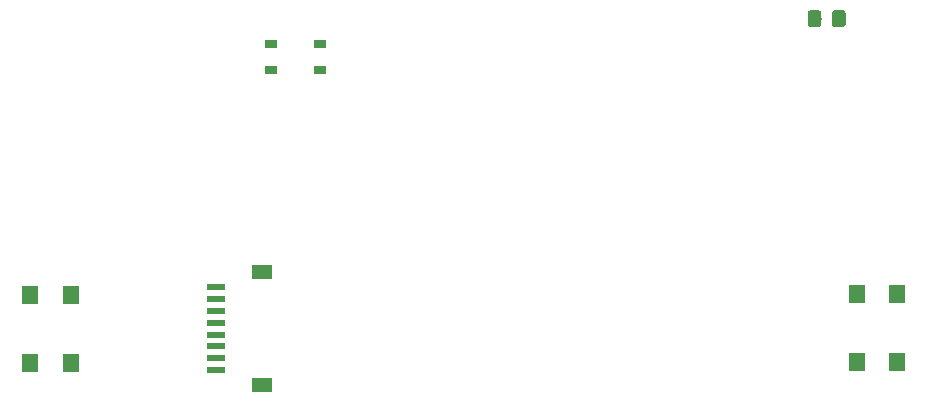
<source format=gbp>
G04 #@! TF.GenerationSoftware,KiCad,Pcbnew,(5.0.0)*
G04 #@! TF.CreationDate,2018-11-07T01:04:36+09:00*
G04 #@! TF.ProjectId,handheld_machine_back,68616E6468656C645F6D616368696E65,rev?*
G04 #@! TF.SameCoordinates,Original*
G04 #@! TF.FileFunction,Paste,Bot*
G04 #@! TF.FilePolarity,Positive*
%FSLAX46Y46*%
G04 Gerber Fmt 4.6, Leading zero omitted, Abs format (unit mm)*
G04 Created by KiCad (PCBNEW (5.0.0)) date 11/07/18 01:04:36*
%MOMM*%
%LPD*%
G01*
G04 APERTURE LIST*
%ADD10R,1.050000X0.650000*%
%ADD11R,1.400000X1.500000*%
%ADD12R,1.550000X0.600000*%
%ADD13R,1.800000X1.200000*%
%ADD14C,0.100000*%
%ADD15C,1.150000*%
G04 APERTURE END LIST*
D10*
G04 #@! TO.C,SW1*
X121675000Y-90075000D03*
X125825000Y-90075000D03*
X121675000Y-87925000D03*
X125825000Y-87925000D03*
G04 #@! TD*
D11*
G04 #@! TO.C,SW2*
X174699635Y-114858817D03*
X171299635Y-114858817D03*
X174699635Y-109058817D03*
X171299635Y-109058817D03*
G04 #@! TD*
G04 #@! TO.C,SW3*
X104700365Y-114941183D03*
X101300365Y-114941183D03*
X104700365Y-109141183D03*
X101300365Y-109141183D03*
G04 #@! TD*
D12*
G04 #@! TO.C,J3*
X117000000Y-108500000D03*
X117000000Y-109500000D03*
X117000000Y-110500000D03*
X117000000Y-111500000D03*
X117000000Y-112500000D03*
X117000000Y-113500000D03*
X117000000Y-114500000D03*
X117000000Y-115500000D03*
D13*
X120875000Y-107200000D03*
X120875000Y-116800000D03*
G04 #@! TD*
D14*
G04 #@! TO.C,R3*
G36*
X170099505Y-85051204D02*
X170123773Y-85054804D01*
X170147572Y-85060765D01*
X170170671Y-85069030D01*
X170192850Y-85079520D01*
X170213893Y-85092132D01*
X170233599Y-85106747D01*
X170251777Y-85123223D01*
X170268253Y-85141401D01*
X170282868Y-85161107D01*
X170295480Y-85182150D01*
X170305970Y-85204329D01*
X170314235Y-85227428D01*
X170320196Y-85251227D01*
X170323796Y-85275495D01*
X170325000Y-85299999D01*
X170325000Y-86200001D01*
X170323796Y-86224505D01*
X170320196Y-86248773D01*
X170314235Y-86272572D01*
X170305970Y-86295671D01*
X170295480Y-86317850D01*
X170282868Y-86338893D01*
X170268253Y-86358599D01*
X170251777Y-86376777D01*
X170233599Y-86393253D01*
X170213893Y-86407868D01*
X170192850Y-86420480D01*
X170170671Y-86430970D01*
X170147572Y-86439235D01*
X170123773Y-86445196D01*
X170099505Y-86448796D01*
X170075001Y-86450000D01*
X169424999Y-86450000D01*
X169400495Y-86448796D01*
X169376227Y-86445196D01*
X169352428Y-86439235D01*
X169329329Y-86430970D01*
X169307150Y-86420480D01*
X169286107Y-86407868D01*
X169266401Y-86393253D01*
X169248223Y-86376777D01*
X169231747Y-86358599D01*
X169217132Y-86338893D01*
X169204520Y-86317850D01*
X169194030Y-86295671D01*
X169185765Y-86272572D01*
X169179804Y-86248773D01*
X169176204Y-86224505D01*
X169175000Y-86200001D01*
X169175000Y-85299999D01*
X169176204Y-85275495D01*
X169179804Y-85251227D01*
X169185765Y-85227428D01*
X169194030Y-85204329D01*
X169204520Y-85182150D01*
X169217132Y-85161107D01*
X169231747Y-85141401D01*
X169248223Y-85123223D01*
X169266401Y-85106747D01*
X169286107Y-85092132D01*
X169307150Y-85079520D01*
X169329329Y-85069030D01*
X169352428Y-85060765D01*
X169376227Y-85054804D01*
X169400495Y-85051204D01*
X169424999Y-85050000D01*
X170075001Y-85050000D01*
X170099505Y-85051204D01*
X170099505Y-85051204D01*
G37*
D15*
X169750000Y-85750000D03*
D14*
G36*
X168049505Y-85051204D02*
X168073773Y-85054804D01*
X168097572Y-85060765D01*
X168120671Y-85069030D01*
X168142850Y-85079520D01*
X168163893Y-85092132D01*
X168183599Y-85106747D01*
X168201777Y-85123223D01*
X168218253Y-85141401D01*
X168232868Y-85161107D01*
X168245480Y-85182150D01*
X168255970Y-85204329D01*
X168264235Y-85227428D01*
X168270196Y-85251227D01*
X168273796Y-85275495D01*
X168275000Y-85299999D01*
X168275000Y-86200001D01*
X168273796Y-86224505D01*
X168270196Y-86248773D01*
X168264235Y-86272572D01*
X168255970Y-86295671D01*
X168245480Y-86317850D01*
X168232868Y-86338893D01*
X168218253Y-86358599D01*
X168201777Y-86376777D01*
X168183599Y-86393253D01*
X168163893Y-86407868D01*
X168142850Y-86420480D01*
X168120671Y-86430970D01*
X168097572Y-86439235D01*
X168073773Y-86445196D01*
X168049505Y-86448796D01*
X168025001Y-86450000D01*
X167374999Y-86450000D01*
X167350495Y-86448796D01*
X167326227Y-86445196D01*
X167302428Y-86439235D01*
X167279329Y-86430970D01*
X167257150Y-86420480D01*
X167236107Y-86407868D01*
X167216401Y-86393253D01*
X167198223Y-86376777D01*
X167181747Y-86358599D01*
X167167132Y-86338893D01*
X167154520Y-86317850D01*
X167144030Y-86295671D01*
X167135765Y-86272572D01*
X167129804Y-86248773D01*
X167126204Y-86224505D01*
X167125000Y-86200001D01*
X167125000Y-85299999D01*
X167126204Y-85275495D01*
X167129804Y-85251227D01*
X167135765Y-85227428D01*
X167144030Y-85204329D01*
X167154520Y-85182150D01*
X167167132Y-85161107D01*
X167181747Y-85141401D01*
X167198223Y-85123223D01*
X167216401Y-85106747D01*
X167236107Y-85092132D01*
X167257150Y-85079520D01*
X167279329Y-85069030D01*
X167302428Y-85060765D01*
X167326227Y-85054804D01*
X167350495Y-85051204D01*
X167374999Y-85050000D01*
X168025001Y-85050000D01*
X168049505Y-85051204D01*
X168049505Y-85051204D01*
G37*
D15*
X167700000Y-85750000D03*
G04 #@! TD*
M02*

</source>
